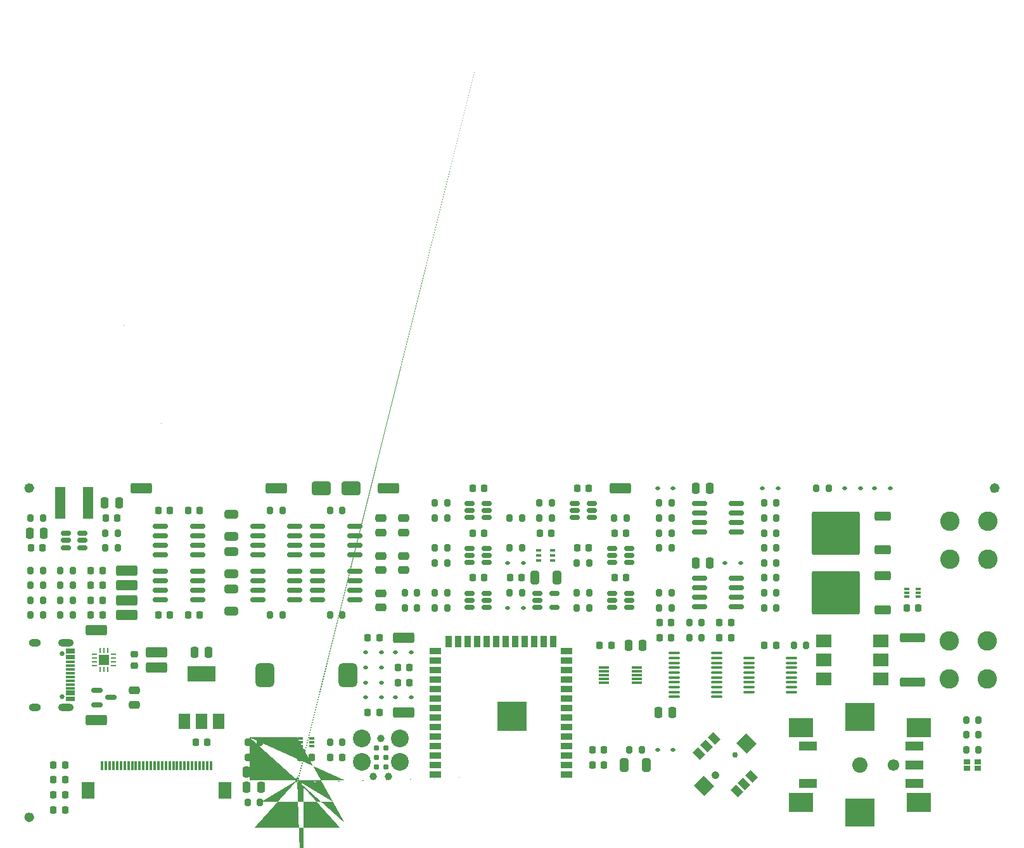
<source format=gbr>
G04 #@! TF.GenerationSoftware,KiCad,Pcbnew,7.0.2*
G04 #@! TF.CreationDate,2024-01-03T16:57:31-08:00*
G04 #@! TF.ProjectId,UsbSourceMeasure,55736253-6f75-4726-9365-4d6561737572,rev?*
G04 #@! TF.SameCoordinates,PX8f0d180PY7270e00*
G04 #@! TF.FileFunction,Soldermask,Top*
G04 #@! TF.FilePolarity,Negative*
%FSLAX46Y46*%
G04 Gerber Fmt 4.6, Leading zero omitted, Abs format (unit mm)*
G04 Created by KiCad (PCBNEW 7.0.2) date 2024-01-03 16:57:31*
%MOMM*%
%LPD*%
G01*
G04 APERTURE LIST*
G04 Aperture macros list*
%AMRoundRect*
0 Rectangle with rounded corners*
0 $1 Rounding radius*
0 $2 $3 $4 $5 $6 $7 $8 $9 X,Y pos of 4 corners*
0 Add a 4 corners polygon primitive as box body*
4,1,4,$2,$3,$4,$5,$6,$7,$8,$9,$2,$3,0*
0 Add four circle primitives for the rounded corners*
1,1,$1+$1,$2,$3*
1,1,$1+$1,$4,$5*
1,1,$1+$1,$6,$7*
1,1,$1+$1,$8,$9*
0 Add four rect primitives between the rounded corners*
20,1,$1+$1,$2,$3,$4,$5,0*
20,1,$1+$1,$4,$5,$6,$7,0*
20,1,$1+$1,$6,$7,$8,$9,0*
20,1,$1+$1,$8,$9,$2,$3,0*%
%AMRotRect*
0 Rectangle, with rotation*
0 The origin of the aperture is its center*
0 $1 length*
0 $2 width*
0 $3 Rotation angle, in degrees counterclockwise*
0 Add horizontal line*
21,1,$1,$2,0,0,$3*%
%AMFreePoly0*
4,1,596,0.029440,-0.000717,0.058811,-0.002883,0.088039,-0.006486,0.117055,-0.011519,0.145788,-0.017968,0.174172,-0.025819,0.202135,-0.035052,0.229611,-0.045645,0.256536,-0.057576,0.282841,-0.070810,0.308463,-0.085317,0.333343,-0.101065,0.357421,-0.118014,0.380637,-0.136123,0.402936,-0.155349,0.424266,-0.175647,0.444572,-0.196965,0.463808,-0.219253,0.481926,-0.242458,0.498883,-0.266524,
0.514639,-0.291393,0.529154,-0.317004,0.542396,-0.343296,0.554330,-0.370206,0.564929,-0.397668,0.574167,-0.425619,0.582021,-0.453987,0.588474,-0.482707,0.593509,-0.511708,0.597114,-0.540923,0.599280,-0.570278,0.600003,-0.599704,0.598396,-0.643017,0.593668,-0.686061,0.593795,-0.685749,0.593802,-0.685754,0.607867,-0.710266,0.622961,-0.734161,0.639055,-0.757396,0.656120,-0.779927,
0.674125,-0.801715,0.693039,-0.822719,0.712825,-0.842904,0.733452,-0.862232,0.754879,-0.880669,0.777069,-0.898181,0.799983,-0.914737,0.823577,-0.930307,0.847811,-0.944863,0.872644,-0.958379,0.898021,-0.970829,0.923911,-0.982196,0.923907,-0.982203,0.896618,-0.989595,0.869040,-0.995825,0.841222,-1.000879,0.813215,-1.004751,0.785069,-1.007431,0.756835,-1.008917,0.728563,-1.009205,
0.700304,-1.008294,0.672109,-1.006187,0.644029,-1.002887,0.616114,-0.998399,0.588415,-0.992733,0.560980,-0.985898,0.533861,-0.977906,0.507105,-0.968772,0.480758,-0.958510,0.481363,-0.957024,0.462548,-0.981125,0.442502,-1.004262,0.421301,-1.026348,0.399000,-1.047323,0.375658,-1.067134,0.351335,-1.085728,0.326090,-1.103060,0.299998,-1.119080,0.299515,-1.119048,0.324998,-1.142825,
0.349704,-1.167410,0.373603,-1.192774,0.396677,-1.218896,0.418907,-1.245757,0.440275,-1.273334,0.460764,-1.301605,0.480358,-1.330547,0.499040,-1.360138,0.516797,-1.390355,0.533613,-1.421172,0.549476,-1.452564,0.564372,-1.484506,0.578289,-1.516974,0.591217,-1.549941,0.603145,-1.583380,0.614063,-1.617267,0.623963,-1.651571,0.632837,-1.686266,0.640677,-1.721324,0.647478,-1.756718,
0.653234,-1.792418,0.657941,-1.828397,0.661594,-1.864627,0.664190,-1.901076,0.665728,-1.937716,0.666207,-1.974517,0.665625,-2.011453,0.663984,-2.048489,0.661285,-2.085600,0.657529,-2.122752,0.652721,-2.159921,0.646863,-2.197071,0.639961,-2.234176,0.632019,-2.271206,0.623045,-2.308129,0.613046,-2.344919,0.602029,-2.381543,0.590003,-2.417974,0.576979,-2.454182,0.562964,-2.490139,
0.547976,-2.525812,0.532018,-2.561179,0.515112,-2.596205,0.497264,-2.630867,0.478492,-2.665135,0.458809,-2.698984,0.438233,-2.732386,0.416783,-2.765307,0.394470,-2.797729,0.371315,-2.829625,0.347337,-2.860968,0.322554,-2.891732,0.296986,-2.921894,0.270653,-2.951430,0.243579,-2.980314,0.215779,-3.008527,0.187287,-3.036039,0.158115,-3.062837,0.128289,-3.088893,0.097835,-3.114190,
0.066777,-3.138705,0.035139,-3.162419,0.003065,-3.185229,0.006784,-3.191718,0.009651,-3.199064,0.114415,-3.544087,0.139714,-3.533658,0.165294,-3.523923,0.191131,-3.514891,0.217207,-3.506569,0.243500,-3.498963,0.269991,-3.492080,0.296661,-3.485923,0.323489,-3.480499,0.350456,-3.475811,0.377541,-3.471862,0.404726,-3.468656,0.431986,-3.466194,0.459304,-3.464479,0.486659,-3.463512,
0.514030,-3.463294,0.541402,-3.463827,0.541403,-3.463831,0.494284,-3.483372,0.474774,-3.530476,0.494284,-3.577580,0.541402,-3.597121,0.541398,-3.597128,0.493785,-3.616381,0.473999,-3.663753,0.493785,-3.711125,0.541402,-3.730381,0.541397,-3.730388,0.513052,-3.730933,0.484703,-3.730675,0.456372,-3.729614,0.428085,-3.727750,0.399859,-3.725085,0.371721,-3.721621,0.343693,-3.717362,
0.315798,-3.712312,0.288056,-3.706472,0.260491,-3.699849,0.233126,-3.692447,0.205981,-3.684273,0.179076,-3.675332,0.152441,-3.665635,0.126089,-3.655185,0.100045,-3.643993,0.095258,-3.646286,0.090259,-3.648090,0.049610,-3.644109,0.023696,-3.612548,0.021217,-3.604392,0.014625,-3.600785,0.008057,-3.597121,0.012742,-3.594505,0.017425,-3.591922,-0.088345,-3.243604,-0.135148,-3.270352,
-0.182738,-3.295394,-0.231042,-3.318693,-0.279988,-3.340214,-0.329502,-3.359924,-0.379511,-3.377793,-0.429936,-3.393795,-0.480708,-3.407906,-0.480963,-3.407547,-0.480207,-3.415243,-0.446066,-3.761711,-0.421205,-3.751719,-0.396077,-3.742395,-0.370708,-3.733747,-0.345117,-3.725782,-0.319321,-3.718505,-0.293340,-3.711922,-0.267191,-3.706037,-0.240894,-3.700855,-0.214467,-3.696379,-0.187930,-3.692612,
-0.161301,-3.689558,-0.134600,-3.687218,-0.107846,-3.685594,-0.081058,-3.684688,-0.054255,-3.684499,-0.027452,-3.685032,-0.027455,-3.685039,-0.075068,-3.704291,-0.094854,-3.751664,-0.075068,-3.799036,-0.027452,-3.818296,-0.074117,-3.838071,-0.093382,-3.884923,-0.074116,-3.931775,-0.027452,-3.951552,-0.027457,-3.951559,-0.055804,-3.952105,-0.084155,-3.951847,-0.112489,-3.950786,-0.140779,-3.948923,
-0.169006,-3.946259,-0.197146,-3.942795,-0.225176,-3.938536,-0.253074,-3.933486,-0.280819,-3.927646,-0.308385,-3.921023,-0.335753,-3.913621,-0.362900,-3.905446,-0.389804,-3.896506,-0.416444,-3.886806,-0.442798,-3.876356,-0.468843,-3.865164,-0.478580,-3.869226,-0.488931,-3.871292,-0.526879,-3.860219,-0.546775,-3.826078,-0.553799,-3.822217,-0.560798,-3.818296,-0.560793,-3.818289,-0.554640,-3.814842,
-0.548464,-3.811438,-0.585976,-3.430657,-0.615532,-3.435636,-0.645370,-3.439999,-0.675217,-3.443700,-0.705053,-3.446737,-0.734864,-3.449108,-0.764637,-3.450813,-0.794355,-3.451850,-0.824003,-3.452219,-0.853567,-3.451919,-0.883030,-3.450951,-0.912379,-3.449316,-0.941598,-3.447014,-0.970672,-3.444046,-0.999586,-3.440413,-1.028326,-3.436119,-1.056877,-3.431164,-1.085225,-3.425551,-1.113355,-3.419284,
-1.141254,-3.412365,-1.168905,-3.404799,-1.196297,-3.396587,-1.223414,-3.387735,-1.250242,-3.378250,-1.276768,-3.368132,-1.302980,-3.357389,-1.328862,-3.346026,-1.354403,-3.334049,-1.379589,-3.321462,-1.404408,-3.308275,-1.428846,-3.294493,-1.452891,-3.280122,-1.476529,-3.265172,-1.477022,-3.265077,-1.446543,-3.224474,-1.417636,-3.182746,-1.390340,-3.139949,-1.364694,-3.096144,-1.340734,-3.051392,
-1.318499,-3.005764,-1.298017,-2.959321,-1.279319,-2.912132,-1.262431,-2.864265,-1.247380,-2.815791,-1.246537,-2.812658,-1.035179,-2.812658,-1.033529,-2.862646,-1.030089,-2.912768,-1.024842,-2.962983,-1.015737,-2.991432,-0.996824,-3.014556,-0.970743,-3.029130,-0.941130,-3.033121,-0.890667,-3.029564,-0.840655,-3.024246,-0.791131,-3.017197,-0.742127,-3.008447,-0.693679,-2.998023,-0.645821,-2.985953,
-0.598587,-2.972267,-0.552011,-2.956992,-0.506126,-2.940157,-0.460968,-2.921791,-0.416568,-2.901922,-0.372967,-2.880580,-0.330193,-2.857790,-0.288281,-2.833583,-0.247267,-2.807986,-0.207183,-2.781029,-0.168065,-2.752739,-0.129947,-2.723145,-0.092862,-2.692276,-0.056844,-2.660160,-0.021929,-2.626825,0.011849,-2.592302,0.044458,-2.556614,0.075863,-2.519795,0.106028,-2.481872,0.134921,-2.442871,
0.162507,-2.402822,0.188752,-2.361755,0.213623,-2.319694,0.237085,-2.276672,0.259099,-2.232720,0.279638,-2.187859,0.298665,-2.142121,0.316147,-2.095534,0.332048,-2.048126,0.346335,-1.999927,0.358974,-1.950965,0.360185,-1.919774,0.349355,-1.890493,0.328135,-1.867593,0.299755,-1.854556,0.268577,-1.853380,0.239320,-1.864214,0.216435,-1.885410,0.203403,-1.913745,0.190602,-1.962852,
0.175932,-2.011059,0.159440,-2.058331,0.141167,-2.104634,0.121157,-2.149933,0.099458,-2.194194,0.076110,-2.237380,0.051158,-2.279460,0.024646,-2.320397,-0.003382,-2.360157,-0.032882,-2.398706,-0.063811,-2.436010,-0.096124,-2.472031,-0.129779,-2.506738,-0.164729,-2.540095,-0.200932,-2.572068,-0.238344,-2.602621,-0.276920,-2.631721,-0.316618,-2.659332,-0.357394,-2.685422,-0.399202,-2.709952,
-0.441999,-2.732892,-0.485741,-2.754204,-0.530386,-2.773856,-0.575886,-2.791811,-0.622201,-2.808036,-0.669286,-2.822497,-0.717096,-2.835157,-0.765588,-2.845983,-0.814718,-2.854941,-0.864447,-2.861994,-0.866313,-2.810556,-0.866142,-2.759330,-0.863956,-2.708369,-0.859776,-2.657727,-0.853620,-2.607465,-0.845511,-2.557638,-0.835467,-2.508304,-0.823508,-2.459517,-0.809658,-2.411339,-0.793932,-2.363823,
-0.776354,-2.317028,-0.756943,-2.271009,-0.735716,-2.225822,-0.712699,-2.181529,-0.687911,-2.138186,-0.661369,-2.095845,-0.633097,-2.054569,-0.603110,-2.014409,-0.571432,-1.975424,-0.538086,-1.937676,-0.503087,-1.901216,-0.466457,-1.866103,-0.428216,-1.832395,-0.388385,-1.800146,-0.346984,-1.769416,-0.304033,-1.740261,-0.281666,-1.718500,-0.269334,-1.689839,-0.268914,-1.658646,-0.280470,-1.629664,
-0.302272,-1.607322,-0.330972,-1.595026,-0.337858,-1.593864,-0.344820,-1.593305,-0.348300,-1.593264,-0.351779,-1.593374,-0.372286,-1.597143,-0.391121,-1.606080,-0.433000,-1.634308,-0.473649,-1.663862,-0.513046,-1.694699,-0.551172,-1.726779,-0.588009,-1.760062,-0.623536,-1.794505,-0.657733,-1.830066,-0.690584,-1.866708,-0.722069,-1.904387,-0.752167,-1.943062,-0.780860,-1.982694,-0.808129,-2.023239,
-0.833954,-2.064658,-0.858315,-2.106909,-0.881196,-2.149952,-0.902575,-2.193745,-0.922434,-2.238247,-0.940754,-2.283417,-0.957515,-2.329215,-0.972698,-2.375600,-0.986285,-2.422528,-0.998254,-2.469961,-1.008589,-2.517857,-1.017269,-2.566176,-1.024275,-2.614875,-1.029589,-2.663914,-1.033190,-2.713250,-1.035060,-2.762846,-1.035179,-2.812658,-1.246537,-2.812658,-1.234187,-2.766780,-1.222871,-2.717303,
-1.213448,-2.667430,-1.205931,-2.617234,-1.200331,-2.566788,-1.196659,-2.516168,-1.194194,-2.479536,-1.190722,-2.442989,-1.186243,-2.406550,-1.180762,-2.370248,-1.174282,-2.334111,-1.166809,-2.298166,-1.158348,-2.262438,-1.148906,-2.226959,-1.138490,-2.191754,-1.127108,-2.156849,-1.114767,-2.122270,-1.101479,-2.088044,-1.087252,-2.054196,-1.072096,-2.020752,-1.056025,-1.987737,-1.039051,-1.955180,
-1.021189,-1.923104,-1.002447,-1.891530,-0.982841,-1.860483,-0.962388,-1.829988,-0.941103,-1.800069,-0.919000,-1.770746,-0.896096,-1.742041,-0.872414,-1.713982,-0.847965,-1.686582,-0.822772,-1.659868,-0.796850,-1.633856,-0.770222,-1.608568,-0.742907,-1.584023,-0.714926,-1.560239,-0.686300,-1.537235,-0.657052,-1.515027,-0.630307,-1.494769,-0.604080,-1.473844,-0.578389,-1.452266,-0.553250,-1.430049,
-0.528677,-1.407207,-0.504689,-1.383754,-0.481296,-1.359704,-0.458518,-1.335074,-0.436367,-1.309878,-0.414858,-1.284135,-0.394004,-1.257857,-0.373816,-1.231063,-0.354312,-1.203771,-0.335500,-1.175996,-0.317393,-1.147757,-0.300005,-1.119075,-0.333345,-1.098353,-0.365260,-1.075495,-0.395613,-1.050596,-0.424268,-1.023772,-0.451108,-0.995128,-0.476018,-0.964788,-0.498887,-0.932887,-0.519621,-0.899560,
-0.538129,-0.864954,-0.554333,-0.829207,-0.568163,-0.792476,-0.579560,-0.754921,-0.588475,-0.716702,-0.594871,-0.677980,-0.598719,-0.638927,-0.600003,-0.599704,-0.599280,-0.570278,-0.597113,-0.540922,-0.593508,-0.511708,-0.588474,-0.482707,-0.582020,-0.453985,-0.578804,-0.442370,-0.008102,-0.442370,0.001954,-0.471895,0.022546,-0.495328,0.050540,-0.509103,0.081659,-0.511123,0.111189,-0.501098,
0.134638,-0.480549,0.148446,-0.452598,0.168442,-0.420921,0.200025,-0.413066,0.231581,-0.420918,0.251565,-0.452600,0.265374,-0.480559,0.288833,-0.501113,0.318374,-0.511135,0.349504,-0.509103,0.377499,-0.495327,0.398089,-0.471896,0.408146,-0.442370,0.406137,-0.411248,0.387621,-0.364843,0.360167,-0.325866,0.325727,-0.294766,0.286255,-0.271993,0.243699,-0.257998,0.200021,-0.253233,
0.156344,-0.257999,0.113790,-0.271993,0.074317,-0.294766,0.039877,-0.325866,0.012423,-0.364844,-0.006093,-0.411248,-0.008102,-0.442370,-0.578804,-0.442370,-0.574167,-0.425618,-0.564929,-0.397668,-0.554330,-0.370206,-0.542393,-0.343292,-0.529152,-0.317001,-0.514639,-0.291392,-0.498883,-0.266524,-0.481925,-0.242457,-0.463808,-0.219253,-0.444571,-0.196964,-0.424265,-0.175646,-0.402936,-0.155349,
-0.380634,-0.136121,-0.357421,-0.118014,-0.333343,-0.101065,-0.308461,-0.085316,-0.282838,-0.070808,-0.256534,-0.057574,-0.229611,-0.045645,-0.202135,-0.035052,-0.174171,-0.025819,-0.145788,-0.017968,-0.117055,-0.011519,-0.088039,-0.006486,-0.058810,-0.002883,-0.029440,-0.000717,0.000000,0.000005,0.029440,-0.000717,0.029440,-0.000717,$1*%
G04 Aperture macros list end*
%ADD10C,0.650000*%
%ADD11R,1.400000X0.300000*%
%ADD12FreePoly0,0.000000*%
%ADD13RoundRect,0.225000X0.225000X0.250000X-0.225000X0.250000X-0.225000X-0.250000X0.225000X-0.250000X0*%
%ADD14R,0.700000X0.340000*%
%ADD15RoundRect,0.200000X0.200000X0.275000X-0.200000X0.275000X-0.200000X-0.275000X0.200000X-0.275000X0*%
%ADD16RoundRect,0.200000X-0.200000X-0.275000X0.200000X-0.275000X0.200000X0.275000X-0.200000X0.275000X0*%
%ADD17RoundRect,0.112500X-0.187500X-0.112500X0.187500X-0.112500X0.187500X0.112500X-0.187500X0.112500X0*%
%ADD18RoundRect,0.225000X-0.225000X-0.250000X0.225000X-0.250000X0.225000X0.250000X-0.225000X0.250000X0*%
%ADD19RoundRect,0.150000X-0.512500X-0.150000X0.512500X-0.150000X0.512500X0.150000X-0.512500X0.150000X0*%
%ADD20RoundRect,0.250000X0.250000X0.475000X-0.250000X0.475000X-0.250000X-0.475000X0.250000X-0.475000X0*%
%ADD21RoundRect,0.112500X0.187500X0.112500X-0.187500X0.112500X-0.187500X-0.112500X0.187500X-0.112500X0*%
%ADD22RoundRect,0.250000X0.325000X0.650000X-0.325000X0.650000X-0.325000X-0.650000X0.325000X-0.650000X0*%
%ADD23RoundRect,0.150000X0.825000X0.150000X-0.825000X0.150000X-0.825000X-0.150000X0.825000X-0.150000X0*%
%ADD24RoundRect,0.250000X-1.175000X-0.450000X1.175000X-0.450000X1.175000X0.450000X-1.175000X0.450000X0*%
%ADD25RoundRect,0.250000X-0.475000X0.250000X-0.475000X-0.250000X0.475000X-0.250000X0.475000X0.250000X0*%
%ADD26RoundRect,0.150000X-0.587500X-0.150000X0.587500X-0.150000X0.587500X0.150000X-0.587500X0.150000X0*%
%ADD27RoundRect,0.250000X-0.250000X-0.475000X0.250000X-0.475000X0.250000X0.475000X-0.250000X0.475000X0*%
%ADD28RoundRect,0.250000X0.475000X-0.250000X0.475000X0.250000X-0.475000X0.250000X-0.475000X-0.250000X0*%
%ADD29R,0.650000X0.400000*%
%ADD30RoundRect,0.250000X-0.650000X0.325000X-0.650000X-0.325000X0.650000X-0.325000X0.650000X0.325000X0*%
%ADD31C,1.550000*%
%ADD32C,2.050000*%
%ADD33R,2.400000X1.300000*%
%ADD34R,3.200000X2.500000*%
%ADD35R,4.000000X3.750000*%
%ADD36C,2.374900*%
%ADD37C,0.990600*%
%ADD38C,0.787400*%
%ADD39C,0.650000*%
%ADD40R,1.150000X0.300000*%
%ADD41O,2.100000X1.000000*%
%ADD42O,1.600000X1.000000*%
%ADD43C,2.600000*%
%ADD44RoundRect,0.150000X-0.825000X-0.150000X0.825000X-0.150000X0.825000X0.150000X-0.825000X0.150000X0*%
%ADD45R,1.500000X0.900000*%
%ADD46R,0.900000X1.500000*%
%ADD47C,0.600000*%
%ADD48R,3.900000X3.900000*%
%ADD49RoundRect,0.250000X0.850000X0.350000X-0.850000X0.350000X-0.850000X-0.350000X0.850000X-0.350000X0*%
%ADD50RoundRect,0.249997X2.950003X2.650003X-2.950003X2.650003X-2.950003X-2.650003X2.950003X-2.650003X0*%
%ADD51R,0.850000X0.650000*%
%ADD52C,1.152000*%
%ADD53R,1.500000X2.000000*%
%ADD54R,3.800000X2.000000*%
%ADD55RoundRect,0.062500X0.062500X-0.275000X0.062500X0.275000X-0.062500X0.275000X-0.062500X-0.275000X0*%
%ADD56RoundRect,0.062500X0.275000X-0.062500X0.275000X0.062500X-0.275000X0.062500X-0.275000X-0.062500X0*%
%ADD57R,1.450000X1.450000*%
%ADD58RoundRect,0.250000X-1.000000X-0.650000X1.000000X-0.650000X1.000000X0.650000X-1.000000X0.650000X0*%
%ADD59RoundRect,0.650000X-0.650000X-0.950000X0.650000X-0.950000X0.650000X0.950000X-0.650000X0.950000X0*%
%ADD60RoundRect,0.225000X0.250000X-0.225000X0.250000X0.225000X-0.250000X0.225000X-0.250000X-0.225000X0*%
%ADD61R,2.000000X1.780000*%
%ADD62RoundRect,0.218750X-0.218750X-0.256250X0.218750X-0.256250X0.218750X0.256250X-0.218750X0.256250X0*%
%ADD63RoundRect,0.100000X-0.637500X-0.100000X0.637500X-0.100000X0.637500X0.100000X-0.637500X0.100000X0*%
%ADD64R,1.400000X4.200000*%
%ADD65RoundRect,0.250000X-1.425000X0.362500X-1.425000X-0.362500X1.425000X-0.362500X1.425000X0.362500X0*%
%ADD66C,0.750000*%
%ADD67C,1.050000*%
%ADD68RotRect,1.350000X1.000000X315.000000*%
%ADD69RotRect,2.000000X1.800000X315.000000*%
%ADD70R,0.300000X1.300000*%
%ADD71R,1.800000X2.200000*%
G04 APERTURE END LIST*
D10*
X-62675000Y-13000000D02*
G75*
G03*
X-62675000Y-13000000I-325000J0D01*
G01*
X-62675000Y31000000D02*
G75*
G03*
X-62675000Y31000000I-325000J0D01*
G01*
X66325000Y31000000D02*
G75*
G03*
X66325000Y31000000I-325000J0D01*
G01*
D11*
X13800000Y7000000D03*
X13800000Y6500000D03*
X13800000Y6000000D03*
X13800000Y5500000D03*
X13800000Y5000000D03*
X18200000Y5000000D03*
X18200000Y5500000D03*
X18200000Y6000000D03*
X18200000Y6500000D03*
X18200000Y7000000D03*
D12*
X-27166678Y-8071546D03*
D13*
X-25225000Y-5000000D03*
X-26775000Y-5000000D03*
X55775000Y15000000D03*
X54225000Y15000000D03*
D14*
X-26750000Y-2500000D03*
X-26750000Y-3000000D03*
X-26750000Y-3500000D03*
X-25250000Y-3500000D03*
X-25250000Y-3000000D03*
X-25250000Y-2500000D03*
X54250000Y17500000D03*
X54250000Y17000000D03*
X54250000Y16500000D03*
X55750000Y16500000D03*
X55750000Y17000000D03*
X55750000Y17500000D03*
D15*
X-11175000Y15000000D03*
X-12825000Y15000000D03*
D16*
X-12825000Y17000000D03*
X-11175000Y17000000D03*
D17*
X20950000Y-4000000D03*
X23050000Y-4000000D03*
D15*
X40825000Y10000000D03*
X39175000Y10000000D03*
D18*
X29225000Y13000000D03*
X30775000Y13000000D03*
D19*
X-4137500Y16950000D03*
X-4137500Y16000000D03*
X-4137500Y15050000D03*
X-1862500Y15050000D03*
X-1862500Y16000000D03*
X-1862500Y16950000D03*
D13*
X-58225000Y-12000000D03*
X-59775000Y-12000000D03*
D20*
X27950000Y31000000D03*
X26050000Y31000000D03*
D16*
X-62825000Y18000000D03*
X-61175000Y18000000D03*
D18*
X-54775000Y14000000D03*
X-53225000Y14000000D03*
D15*
X36825000Y27000000D03*
X35175000Y27000000D03*
D21*
X-15950000Y3000000D03*
X-18050000Y3000000D03*
D16*
X10175000Y17000000D03*
X11825000Y17000000D03*
X35175000Y21000000D03*
X36825000Y21000000D03*
D13*
X-2225000Y25000000D03*
X-3775000Y25000000D03*
D19*
X-4137500Y28950000D03*
X-4137500Y28000000D03*
X-4137500Y27050000D03*
X-1862500Y27050000D03*
X-1862500Y28000000D03*
X-1862500Y28950000D03*
D21*
X23050000Y31000000D03*
X20950000Y31000000D03*
D16*
X10175000Y21000000D03*
X11825000Y21000000D03*
D22*
X7475000Y19000000D03*
X4525000Y19000000D03*
D23*
X-40525000Y22095000D03*
X-40525000Y23365000D03*
X-40525000Y24635000D03*
X-40525000Y25905000D03*
X-45475000Y25905000D03*
X-45475000Y24635000D03*
X-45475000Y23365000D03*
X-45475000Y22095000D03*
D15*
X2825000Y27000000D03*
X1175000Y27000000D03*
D16*
X-8825000Y29000000D03*
X-7175000Y29000000D03*
D17*
X34950000Y31000000D03*
X37050000Y31000000D03*
D16*
X62175000Y-4000000D03*
X63825000Y-4000000D03*
D24*
X-30000000Y31000000D03*
D23*
X-40525000Y16095000D03*
X-40525000Y17365000D03*
X-40525000Y18635000D03*
X-40525000Y19905000D03*
X-45475000Y19905000D03*
X-45475000Y18635000D03*
X-45475000Y17365000D03*
X-45475000Y16095000D03*
D15*
X2825000Y23000000D03*
X1175000Y23000000D03*
D23*
X-27525000Y22095000D03*
X-27525000Y23365000D03*
X-27525000Y24635000D03*
X-27525000Y25905000D03*
X-32475000Y25905000D03*
X-32475000Y24635000D03*
X-32475000Y23365000D03*
X-32475000Y22095000D03*
D18*
X12225000Y-6000000D03*
X13775000Y-6000000D03*
D13*
X-61225000Y23000000D03*
X-62775000Y23000000D03*
D25*
X-49000000Y3950000D03*
X-49000000Y2050000D03*
D15*
X-29175000Y14000000D03*
X-30825000Y14000000D03*
D26*
X-53937500Y3950000D03*
X-53937500Y2050000D03*
X-52062500Y3000000D03*
D19*
X-4137500Y22950000D03*
X-4137500Y22000000D03*
X-4137500Y21050000D03*
X-1862500Y21050000D03*
X-1862500Y22000000D03*
X-1862500Y22950000D03*
X14862500Y16950000D03*
X14862500Y16000000D03*
X14862500Y15050000D03*
X17137500Y15050000D03*
X17137500Y16000000D03*
X17137500Y16950000D03*
X4862500Y16950000D03*
X4862500Y16000000D03*
X4862500Y15050000D03*
X7137500Y15050000D03*
X7137500Y16950000D03*
D16*
X15175000Y27000000D03*
X16825000Y27000000D03*
D18*
X-54775000Y16000000D03*
X-53225000Y16000000D03*
D20*
X-39050000Y9000000D03*
X-40950000Y9000000D03*
D27*
X-52900000Y29000000D03*
X-51000000Y29000000D03*
D28*
X-16000000Y15050000D03*
X-16000000Y16950000D03*
D29*
X5050000Y22650000D03*
X5050000Y22000000D03*
X5050000Y21350000D03*
X6950000Y21350000D03*
X6950000Y22000000D03*
X6950000Y22650000D03*
D16*
X-33825000Y-11000000D03*
X-32175000Y-11000000D03*
D15*
X63825000Y0D03*
X62175000Y0D03*
D16*
X-33825000Y-5000000D03*
X-32175000Y-5000000D03*
D15*
X63825000Y-2000000D03*
X62175000Y-2000000D03*
D16*
X-58825000Y14000000D03*
X-57175000Y14000000D03*
X-22825000Y-3000000D03*
X-21175000Y-3000000D03*
D30*
X-36000000Y22475000D03*
X-36000000Y19525000D03*
X-36000000Y17475000D03*
X-36000000Y14525000D03*
D31*
X52500000Y-6000000D03*
D32*
X48000000Y-6000000D03*
D33*
X55300000Y-8500000D03*
X55300000Y-3500000D03*
X55300000Y-6000000D03*
D34*
X55900000Y-11000000D03*
X55900000Y-1000000D03*
D35*
X48000000Y-12375000D03*
X48000000Y375000D03*
D34*
X40100000Y-11000000D03*
X40100000Y-1000000D03*
D33*
X41000000Y-3500000D03*
X41000000Y-8500000D03*
D13*
X-58225000Y-6000000D03*
X-59775000Y-6000000D03*
D16*
X-62825000Y27000000D03*
X-61175000Y27000000D03*
D15*
X-21175000Y14000000D03*
X-22825000Y14000000D03*
D17*
X950000Y21000000D03*
X3050000Y21000000D03*
D36*
X-13460000Y-2460000D03*
D37*
X-16000000Y-2460000D03*
D36*
X-18540000Y-2460000D03*
X-13460000Y-5635000D03*
X-18540000Y-5635000D03*
D37*
X-14984000Y-7540000D03*
X-17016000Y-7540000D03*
D38*
X-16635000Y-3730000D03*
X-15365000Y-3730000D03*
X-16635000Y-5000000D03*
X-15365000Y-5000000D03*
X-16635000Y-6270000D03*
X-15365000Y-6270000D03*
D24*
X16000000Y31000000D03*
D15*
X26825000Y13000000D03*
X25175000Y13000000D03*
D39*
X-58609500Y8890000D03*
X-58609500Y3110000D03*
D40*
X-57544500Y9350000D03*
X-57544500Y8550000D03*
X-57544500Y7250000D03*
X-57544500Y6250000D03*
X-57544500Y5750000D03*
X-57544500Y4750000D03*
X-57544500Y3450000D03*
X-57544500Y2650000D03*
X-57544500Y2950000D03*
X-57544500Y3750000D03*
X-57544500Y4250000D03*
X-57544500Y5250000D03*
X-57544500Y6750000D03*
X-57544500Y7750000D03*
X-57544500Y8250000D03*
X-57544500Y9050000D03*
D41*
X-58109500Y10320000D03*
D42*
X-62289500Y10320000D03*
D41*
X-58109500Y1680000D03*
D42*
X-62289500Y1680000D03*
D43*
X65080000Y21460000D03*
X65080000Y26540000D03*
X60000000Y21460000D03*
X60000000Y26540000D03*
D24*
X-54000000Y12000000D03*
D44*
X26525000Y18905000D03*
X26525000Y17635000D03*
X26525000Y16365000D03*
X26525000Y15095000D03*
X31475000Y15095000D03*
X31475000Y16365000D03*
X31475000Y17635000D03*
X31475000Y18905000D03*
D13*
X-12225000Y5000000D03*
X-13775000Y5000000D03*
D23*
X-19525000Y22095000D03*
X-19525000Y23365000D03*
X-19525000Y24635000D03*
X-19525000Y25905000D03*
X-24475000Y25905000D03*
X-24475000Y24635000D03*
X-24475000Y23365000D03*
X-24475000Y22095000D03*
D28*
X-13000000Y20050000D03*
X-13000000Y21950000D03*
D16*
X-8825000Y27000000D03*
X-7175000Y27000000D03*
D45*
X8750000Y-7260000D03*
X8750000Y-5990000D03*
X8750000Y-4720000D03*
X8750000Y-3450000D03*
X8750000Y-2180000D03*
X8750000Y-910000D03*
X8750000Y360000D03*
X8750000Y1630000D03*
X8750000Y2900000D03*
X8750000Y4170000D03*
X8750000Y5440000D03*
X8750000Y6710000D03*
X8750000Y7980000D03*
X8750000Y9250000D03*
D46*
X6985000Y10500000D03*
X5715000Y10500000D03*
X4445000Y10500000D03*
X3175000Y10500000D03*
X1905000Y10500000D03*
X635000Y10500000D03*
X-635000Y10500000D03*
X-1905000Y10500000D03*
X-3175000Y10500000D03*
X-4445000Y10500000D03*
X-5715000Y10500000D03*
X-6985000Y10500000D03*
D45*
X-8750000Y9250000D03*
X-8750000Y7980000D03*
X-8750000Y6710000D03*
X-8750000Y5440000D03*
X-8750000Y4170000D03*
X-8750000Y2900000D03*
X-8750000Y1630000D03*
X-8750000Y360000D03*
X-8750000Y-910000D03*
X-8750000Y-2180000D03*
X-8750000Y-3450000D03*
X-8750000Y-4720000D03*
X-8750000Y-5990000D03*
X-8750000Y-7260000D03*
D47*
X2900000Y-240000D03*
X2900000Y1160000D03*
X2200000Y-940000D03*
X2200000Y460000D03*
X2200000Y1860000D03*
X1500000Y-240000D03*
D48*
X1500000Y460000D03*
D47*
X1500000Y1160000D03*
X800000Y-940000D03*
X800000Y460000D03*
X800000Y1860000D03*
X100000Y-240000D03*
X100000Y1160000D03*
D15*
X36825000Y17000000D03*
X35175000Y17000000D03*
D24*
X-13000000Y1000000D03*
D49*
X51040000Y14720000D03*
D50*
X44740000Y17000000D03*
D49*
X51040000Y19280000D03*
D27*
X-33950000Y-9000000D03*
X-32050000Y-9000000D03*
D51*
X62275000Y-6425000D03*
X62275000Y-5575000D03*
X63725000Y-5575000D03*
X63725000Y-6425000D03*
D19*
X14862500Y22950000D03*
X14862500Y22000000D03*
X14862500Y21050000D03*
X17137500Y21050000D03*
X17137500Y22000000D03*
X17137500Y22950000D03*
D16*
X-8825000Y21000000D03*
X-7175000Y21000000D03*
D52*
X-63000000Y-13000000D03*
D15*
X36825000Y19000000D03*
X35175000Y19000000D03*
D13*
X-58225000Y-8000000D03*
X-59775000Y-8000000D03*
X-2225000Y19000000D03*
X-3775000Y19000000D03*
D28*
X-13000000Y25050000D03*
X-13000000Y26950000D03*
D13*
X-39225000Y-3000000D03*
X-40775000Y-3000000D03*
D24*
X-54000000Y0D03*
D13*
X-2225000Y31000000D03*
X-3775000Y31000000D03*
X13225000Y10000000D03*
X14775000Y10000000D03*
X-44225000Y14000000D03*
X-45775000Y14000000D03*
D16*
X25175000Y11000000D03*
X26825000Y11000000D03*
D24*
X-50000000Y18000000D03*
D53*
X-42300000Y-150000D03*
X-40000000Y-150000D03*
D54*
X-40000000Y6150000D03*
D53*
X-37700000Y-150000D03*
D44*
X26525000Y28905000D03*
X26525000Y27635000D03*
X26525000Y26365000D03*
X26525000Y25095000D03*
X31475000Y25095000D03*
X31475000Y26365000D03*
X31475000Y27635000D03*
X31475000Y28905000D03*
D13*
X22775000Y13000000D03*
X21225000Y13000000D03*
D15*
X36825000Y15000000D03*
X35175000Y15000000D03*
D13*
X-51225000Y27000000D03*
X-52775000Y27000000D03*
D15*
X11825000Y15000000D03*
X10175000Y15000000D03*
D16*
X-62825000Y20000000D03*
X-61175000Y20000000D03*
X-58825000Y16000000D03*
X-57175000Y16000000D03*
D24*
X-46000000Y7000000D03*
D16*
X-8825000Y17000000D03*
X-7175000Y17000000D03*
D18*
X-17775000Y11000000D03*
X-16225000Y11000000D03*
D16*
X-22825000Y28000000D03*
X-21175000Y28000000D03*
D55*
X-53500000Y6737500D03*
X-53000000Y6737500D03*
X-52500000Y6737500D03*
D56*
X-51737500Y7250000D03*
X-51737500Y7750000D03*
X-51737500Y8250000D03*
X-51737500Y8750000D03*
D55*
X-52500000Y9262500D03*
X-53000000Y9262500D03*
X-53500000Y9262500D03*
D56*
X-54262500Y8750000D03*
X-54262500Y8250000D03*
X-54262500Y7750000D03*
X-54262500Y7250000D03*
D57*
X-53000000Y8000000D03*
D16*
X-58825000Y20000000D03*
X-57175000Y20000000D03*
D24*
X-50000000Y14000000D03*
D20*
X22950000Y1000000D03*
X21050000Y1000000D03*
D18*
X-54775000Y18000000D03*
X-53225000Y18000000D03*
D15*
X2825000Y17000000D03*
X1175000Y17000000D03*
D43*
X65000000Y5460000D03*
X65000000Y10540000D03*
X59920000Y5460000D03*
X59920000Y10540000D03*
D27*
X18950000Y10000000D03*
X17050000Y10000000D03*
X-33950000Y-7000000D03*
X-32050000Y-7000000D03*
D13*
X16775000Y19000000D03*
X15225000Y19000000D03*
D44*
X-32475000Y19905000D03*
X-32475000Y18635000D03*
X-32475000Y17365000D03*
X-32475000Y16095000D03*
X-27525000Y16095000D03*
X-27525000Y17365000D03*
X-27525000Y18635000D03*
X-27525000Y19905000D03*
D13*
X11775000Y23000000D03*
X10225000Y23000000D03*
D17*
X-14050000Y9000000D03*
X-11950000Y9000000D03*
D58*
X-24000000Y31000000D03*
X-20000000Y31000000D03*
D13*
X22775000Y11000000D03*
X21225000Y11000000D03*
D16*
X-30825000Y28000000D03*
X-29175000Y28000000D03*
D28*
X-16000000Y25050000D03*
X-16000000Y26950000D03*
D21*
X48050000Y31000000D03*
X45950000Y31000000D03*
D59*
X-31550000Y6000000D03*
X-20450000Y6000000D03*
D13*
X11775000Y31000000D03*
X10225000Y31000000D03*
D24*
X-15000000Y31000000D03*
D16*
X-62825000Y14000000D03*
X-61175000Y14000000D03*
X-8825000Y23000000D03*
X-7175000Y23000000D03*
D13*
X-58225000Y-10000000D03*
X-59775000Y-10000000D03*
D16*
X21175000Y27000000D03*
X22825000Y27000000D03*
D15*
X18825000Y-4000000D03*
X17175000Y-4000000D03*
D16*
X5175000Y29000000D03*
X6825000Y29000000D03*
D17*
X-18050000Y7000000D03*
X-15950000Y7000000D03*
D24*
X-48000000Y31000000D03*
D15*
X43825000Y31000000D03*
X42175000Y31000000D03*
D18*
X-54775000Y20000000D03*
X-53225000Y20000000D03*
D60*
X-49000000Y7225000D03*
X-49000000Y8775000D03*
D16*
X-33825000Y-3000000D03*
X-32175000Y-3000000D03*
D15*
X22825000Y29000000D03*
X21175000Y29000000D03*
D16*
X5175000Y27000000D03*
X6825000Y27000000D03*
D61*
X43190000Y10540000D03*
X43190000Y8000000D03*
X43190000Y5460000D03*
X50810000Y5460000D03*
X50810000Y8000000D03*
X50810000Y10540000D03*
D13*
X-40225000Y28000000D03*
X-41775000Y28000000D03*
D18*
X12225000Y-4000000D03*
X13775000Y-4000000D03*
D20*
X-61050000Y25000000D03*
X-62950000Y25000000D03*
D24*
X-50000000Y16000000D03*
D52*
X-63000000Y31000000D03*
D13*
X6775000Y25000000D03*
X5225000Y25000000D03*
D18*
X1225000Y19000000D03*
X2775000Y19000000D03*
D16*
X21175000Y17000000D03*
X22825000Y17000000D03*
D15*
X36825000Y23000000D03*
X35175000Y23000000D03*
D16*
X-52825000Y23000000D03*
X-51175000Y23000000D03*
D13*
X-40225000Y14000000D03*
X-41775000Y14000000D03*
X-44225000Y28000000D03*
X-45775000Y28000000D03*
D24*
X-13000000Y11000000D03*
D18*
X29225000Y11000000D03*
X30775000Y11000000D03*
D16*
X21175000Y23000000D03*
X22825000Y23000000D03*
D13*
X16775000Y25000000D03*
X15225000Y25000000D03*
D62*
X-22787500Y-5000000D03*
X-21212500Y-5000000D03*
D21*
X-11950000Y3000000D03*
X-14050000Y3000000D03*
D16*
X-62825000Y16000000D03*
X-61175000Y16000000D03*
D13*
X36775000Y10000000D03*
X35225000Y10000000D03*
D22*
X19475000Y-6000000D03*
X16525000Y-6000000D03*
D52*
X66000000Y31000000D03*
D63*
X33137500Y8275000D03*
X33137500Y7625000D03*
X33137500Y6975000D03*
X33137500Y6325000D03*
X33137500Y5675000D03*
X33137500Y5025000D03*
X33137500Y4375000D03*
X33137500Y3725000D03*
X38862500Y3725000D03*
X38862500Y4375000D03*
X38862500Y5025000D03*
X38862500Y5675000D03*
X38862500Y6325000D03*
X38862500Y6975000D03*
X38862500Y7625000D03*
X38862500Y8275000D03*
D15*
X-51175000Y25000000D03*
X-52825000Y25000000D03*
D21*
X32050000Y21000000D03*
X29950000Y21000000D03*
D16*
X-8825000Y15000000D03*
X-7175000Y15000000D03*
D19*
X-58137500Y24950000D03*
X-58137500Y24000000D03*
X-58137500Y23050000D03*
X-55862500Y23050000D03*
X-55862500Y24000000D03*
X-55862500Y24950000D03*
D17*
X-18050000Y9000000D03*
X-15950000Y9000000D03*
D18*
X-13775000Y7000000D03*
X-12225000Y7000000D03*
D21*
X-15950000Y5000000D03*
X-18050000Y5000000D03*
D64*
X-58850000Y29000000D03*
X-55150000Y29000000D03*
D17*
X49950000Y31000000D03*
X52050000Y31000000D03*
D20*
X27950000Y21000000D03*
X26050000Y21000000D03*
D16*
X35175000Y29000000D03*
X36825000Y29000000D03*
X-58825000Y18000000D03*
X-57175000Y18000000D03*
D65*
X55000000Y10962500D03*
X55000000Y5037500D03*
D49*
X51040000Y22720000D03*
D50*
X44740000Y25000000D03*
D49*
X51040000Y27280000D03*
D21*
X3050000Y15000000D03*
X950000Y15000000D03*
D15*
X36825000Y25000000D03*
X35175000Y25000000D03*
D16*
X21175000Y25000000D03*
X22825000Y25000000D03*
D63*
X23137500Y8925000D03*
X23137500Y8275000D03*
X23137500Y7625000D03*
X23137500Y6975000D03*
X23137500Y6325000D03*
X23137500Y5675000D03*
X23137500Y5025000D03*
X23137500Y4375000D03*
X23137500Y3725000D03*
X23137500Y3075000D03*
X28862500Y3075000D03*
X28862500Y3725000D03*
X28862500Y4375000D03*
X28862500Y5025000D03*
X28862500Y5675000D03*
X28862500Y6325000D03*
X28862500Y6975000D03*
X28862500Y7625000D03*
X28862500Y8275000D03*
X28862500Y8925000D03*
D24*
X-46000000Y9000000D03*
D13*
X-16225000Y1000000D03*
X-17775000Y1000000D03*
D24*
X-50000000Y20000000D03*
D44*
X-24475000Y19905000D03*
X-24475000Y18635000D03*
X-24475000Y17365000D03*
X-24475000Y16095000D03*
X-19525000Y16095000D03*
X-19525000Y17365000D03*
X-19525000Y18635000D03*
X-19525000Y19905000D03*
D19*
X9862500Y28950000D03*
X9862500Y28000000D03*
X9862500Y27050000D03*
X12137500Y27050000D03*
X12137500Y28000000D03*
X12137500Y28950000D03*
D66*
X31343503Y-4656497D03*
D67*
X28656497Y-7343503D03*
D68*
X28479720Y-2464466D03*
X27472093Y-3472093D03*
X26464466Y-4479720D03*
X33535534Y-7520280D03*
X32527907Y-8527907D03*
X31520280Y-9535534D03*
D69*
X32863782Y-3136218D03*
X27136218Y-8863782D03*
D30*
X-36000000Y27475000D03*
X-36000000Y24525000D03*
D15*
X22825000Y15000000D03*
X21175000Y15000000D03*
D70*
X-53250000Y-6150000D03*
X-52750000Y-6150000D03*
X-52250000Y-6150000D03*
X-51750000Y-6150000D03*
X-51250000Y-6150000D03*
X-50750000Y-6150000D03*
X-50250000Y-6150000D03*
X-49750000Y-6150000D03*
X-49250000Y-6150000D03*
X-48750000Y-6150000D03*
X-48250000Y-6150000D03*
X-47750000Y-6150000D03*
X-47250000Y-6150000D03*
X-46750000Y-6150000D03*
X-46250000Y-6150000D03*
X-45750000Y-6150000D03*
X-45250000Y-6150000D03*
X-44750000Y-6150000D03*
X-44250000Y-6150000D03*
X-43750000Y-6150000D03*
X-43250000Y-6150000D03*
X-42750000Y-6150000D03*
X-42250000Y-6150000D03*
X-41750000Y-6150000D03*
X-41250000Y-6150000D03*
X-40750000Y-6150000D03*
X-40250000Y-6150000D03*
X-39750000Y-6150000D03*
X-39250000Y-6150000D03*
X-38750000Y-6150000D03*
D71*
X-55150000Y-9400000D03*
X-36850000Y-9400000D03*
D28*
X-16000000Y20050000D03*
X-16000000Y21950000D03*
M02*

</source>
